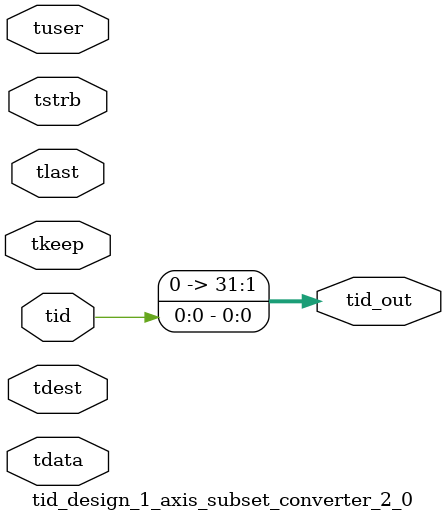
<source format=v>


`timescale 1ps/1ps

module tid_design_1_axis_subset_converter_2_0 #
(
parameter C_S_AXIS_TID_WIDTH   = 1,
parameter C_S_AXIS_TUSER_WIDTH = 0,
parameter C_S_AXIS_TDATA_WIDTH = 0,
parameter C_S_AXIS_TDEST_WIDTH = 0,
parameter C_M_AXIS_TID_WIDTH   = 32
)
(
input  [(C_S_AXIS_TID_WIDTH   == 0 ? 1 : C_S_AXIS_TID_WIDTH)-1:0       ] tid,
input  [(C_S_AXIS_TDATA_WIDTH == 0 ? 1 : C_S_AXIS_TDATA_WIDTH)-1:0     ] tdata,
input  [(C_S_AXIS_TUSER_WIDTH == 0 ? 1 : C_S_AXIS_TUSER_WIDTH)-1:0     ] tuser,
input  [(C_S_AXIS_TDEST_WIDTH == 0 ? 1 : C_S_AXIS_TDEST_WIDTH)-1:0     ] tdest,
input  [(C_S_AXIS_TDATA_WIDTH/8)-1:0 ] tkeep,
input  [(C_S_AXIS_TDATA_WIDTH/8)-1:0 ] tstrb,
input                                                                    tlast,
output [(C_M_AXIS_TID_WIDTH   == 0 ? 1 : C_M_AXIS_TID_WIDTH)-1:0       ] tid_out
);

assign tid_out = {tid[0:0]};

endmodule


</source>
